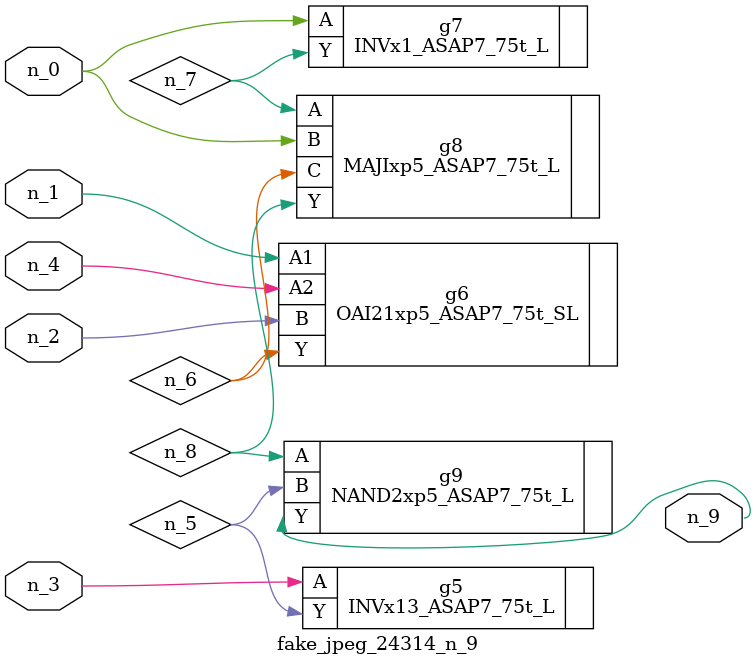
<source format=v>
module fake_jpeg_24314_n_9 (n_3, n_2, n_1, n_0, n_4, n_9);

input n_3;
input n_2;
input n_1;
input n_0;
input n_4;

output n_9;

wire n_8;
wire n_6;
wire n_5;
wire n_7;

INVx13_ASAP7_75t_L g5 ( 
.A(n_3),
.Y(n_5)
);

OAI21xp5_ASAP7_75t_SL g6 ( 
.A1(n_1),
.A2(n_4),
.B(n_2),
.Y(n_6)
);

INVx1_ASAP7_75t_L g7 ( 
.A(n_0),
.Y(n_7)
);

MAJIxp5_ASAP7_75t_L g8 ( 
.A(n_7),
.B(n_0),
.C(n_6),
.Y(n_8)
);

NAND2xp5_ASAP7_75t_L g9 ( 
.A(n_8),
.B(n_5),
.Y(n_9)
);


endmodule
</source>
